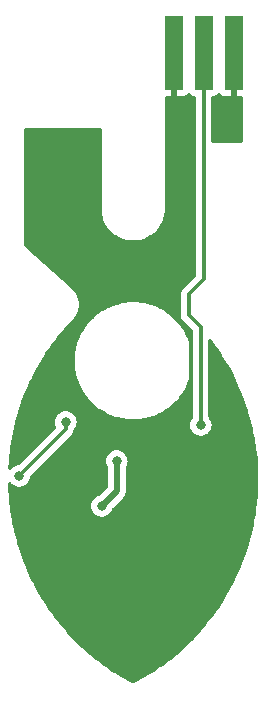
<source format=gbr>
G04 #@! TF.GenerationSoftware,KiCad,Pcbnew,(5.99.0-10027-g0561ce903e)*
G04 #@! TF.CreationDate,2021-10-10T12:50:56-07:00*
G04 #@! TF.ProjectId,scale_cca,7363616c-655f-4636-9361-2e6b69636164,v1r0*
G04 #@! TF.SameCoordinates,Original*
G04 #@! TF.FileFunction,Copper,L2,Bot*
G04 #@! TF.FilePolarity,Positive*
%FSLAX46Y46*%
G04 Gerber Fmt 4.6, Leading zero omitted, Abs format (unit mm)*
G04 Created by KiCad (PCBNEW (5.99.0-10027-g0561ce903e)) date 2021-10-10 12:50:56*
%MOMM*%
%LPD*%
G01*
G04 APERTURE LIST*
G04 #@! TA.AperFunction,SMDPad,CuDef*
%ADD10R,1.500000X6.250000*%
G04 #@! TD*
G04 #@! TA.AperFunction,ViaPad*
%ADD11C,0.800000*%
G04 #@! TD*
G04 #@! TA.AperFunction,Conductor*
%ADD12C,0.300000*%
G04 #@! TD*
G04 #@! TA.AperFunction,Conductor*
%ADD13C,0.500000*%
G04 #@! TD*
G04 APERTURE END LIST*
D10*
X39941500Y-7239000D03*
X42481500Y-7239000D03*
X45021500Y-7239000D03*
D11*
X30162500Y-33655000D03*
X29146500Y-21209000D03*
X37909500Y-55245000D03*
X31178500Y-47625000D03*
X38417500Y-44069000D03*
X41973500Y-48133000D03*
X29146500Y-23749000D03*
X29146500Y-22479000D03*
X26606500Y-40513000D03*
X30797500Y-38481000D03*
X26860500Y-43053000D03*
X33845500Y-45593000D03*
X43751500Y-12573000D03*
X43751500Y-11303000D03*
X43751500Y-13843000D03*
X35115500Y-41783000D03*
X42227500Y-38735000D03*
D12*
X41414700Y-31115000D02*
X41414700Y-35814000D01*
X30797500Y-38481000D02*
X30797500Y-39116000D01*
X30797500Y-39116000D02*
X26860500Y-43053000D01*
D13*
X35115500Y-44323000D02*
X35115500Y-41783000D01*
X33845500Y-45593000D02*
X35115500Y-44323000D01*
D12*
X41211500Y-27686000D02*
X41211500Y-29464000D01*
X41211500Y-29464000D02*
X42227500Y-30480000D01*
X42481500Y-7239000D02*
X42481500Y-26416000D01*
X42227500Y-30480000D02*
X42227500Y-38735000D01*
X42481500Y-26416000D02*
X41211500Y-27686000D01*
G04 #@! TA.AperFunction,Conductor*
G36*
X40137621Y-7005002D02*
G01*
X40184114Y-7058658D01*
X40195500Y-7111000D01*
X40195500Y-10858885D01*
X40199975Y-10874124D01*
X40201365Y-10875329D01*
X40209048Y-10877000D01*
X40689243Y-10877000D01*
X40693750Y-10876839D01*
X40757769Y-10872260D01*
X40770991Y-10869874D01*
X40895958Y-10833181D01*
X40912192Y-10825767D01*
X41019860Y-10756574D01*
X41033347Y-10744888D01*
X41117619Y-10647632D01*
X41177345Y-10609248D01*
X41248342Y-10609248D01*
X41308068Y-10647631D01*
X41318841Y-10662022D01*
X41338550Y-10692689D01*
X41343423Y-10700271D01*
X41350233Y-10706172D01*
X41447069Y-10790082D01*
X41447072Y-10790084D01*
X41453881Y-10795984D01*
X41586830Y-10856700D01*
X41595745Y-10857982D01*
X41595746Y-10857982D01*
X41714932Y-10875118D01*
X41779512Y-10904611D01*
X41817896Y-10964338D01*
X41823000Y-10999836D01*
X41823000Y-26091050D01*
X41802998Y-26159171D01*
X41786095Y-26180145D01*
X40802147Y-27164094D01*
X40794692Y-27170878D01*
X40788569Y-27174764D01*
X40783144Y-27180541D01*
X40745097Y-27221057D01*
X40742342Y-27223899D01*
X40717884Y-27248357D01*
X40714038Y-27253315D01*
X40706336Y-27262333D01*
X40680146Y-27290222D01*
X40680144Y-27290225D01*
X40674717Y-27296004D01*
X40670898Y-27302951D01*
X40670895Y-27302955D01*
X40664389Y-27314790D01*
X40653532Y-27331318D01*
X40640397Y-27348251D01*
X40622053Y-27390641D01*
X40616843Y-27401278D01*
X40594593Y-27441749D01*
X40592621Y-27449430D01*
X40589261Y-27462514D01*
X40582858Y-27481217D01*
X40574345Y-27500890D01*
X40573105Y-27508720D01*
X40573103Y-27508726D01*
X40567120Y-27546498D01*
X40564714Y-27558118D01*
X40554709Y-27597086D01*
X40554708Y-27597092D01*
X40553232Y-27602841D01*
X40553000Y-27606528D01*
X40553000Y-27625737D01*
X40551449Y-27645447D01*
X40548327Y-27665159D01*
X40549073Y-27673051D01*
X40552441Y-27708680D01*
X40553000Y-27720538D01*
X40553000Y-29384420D01*
X40552526Y-29394484D01*
X40550944Y-29401559D01*
X40552384Y-29447390D01*
X40552938Y-29465011D01*
X40553000Y-29468969D01*
X40553000Y-29503579D01*
X40553497Y-29507510D01*
X40553497Y-29507516D01*
X40553786Y-29509805D01*
X40554717Y-29521630D01*
X40556168Y-29567794D01*
X40558381Y-29575410D01*
X40558381Y-29575412D01*
X40562150Y-29588386D01*
X40566159Y-29607745D01*
X40568845Y-29629006D01*
X40571762Y-29636372D01*
X40571763Y-29636378D01*
X40585840Y-29671932D01*
X40589685Y-29683161D01*
X40602569Y-29727508D01*
X40606605Y-29734332D01*
X40613484Y-29745964D01*
X40622180Y-29763713D01*
X40630071Y-29783644D01*
X40634733Y-29790060D01*
X40657213Y-29821002D01*
X40663728Y-29830920D01*
X40687232Y-29870663D01*
X40689675Y-29873435D01*
X40703261Y-29887021D01*
X40716096Y-29902048D01*
X40727829Y-29918197D01*
X40733938Y-29923251D01*
X40733940Y-29923253D01*
X40761511Y-29946062D01*
X40770291Y-29954051D01*
X41532095Y-30715854D01*
X41566120Y-30778167D01*
X41569000Y-30804950D01*
X41569000Y-32075866D01*
X41548998Y-32143987D01*
X41495342Y-32190480D01*
X41425068Y-32200584D01*
X41360488Y-32171090D01*
X41322104Y-32111364D01*
X41320107Y-32103674D01*
X41295393Y-31994455D01*
X41294776Y-31991727D01*
X41282856Y-31954710D01*
X41160397Y-31574440D01*
X41159544Y-31571790D01*
X41118379Y-31474574D01*
X40988608Y-31168110D01*
X40988608Y-31168109D01*
X40987518Y-31165536D01*
X40780059Y-30776183D01*
X40538810Y-30406813D01*
X40265681Y-30060351D01*
X39979284Y-29756964D01*
X39964762Y-29741580D01*
X39964759Y-29741577D01*
X39962836Y-29739540D01*
X39960745Y-29737687D01*
X39960737Y-29737679D01*
X39634770Y-29448781D01*
X39634768Y-29448779D01*
X39632670Y-29446920D01*
X39624745Y-29441066D01*
X39471457Y-29327846D01*
X39277800Y-29184809D01*
X39018877Y-29027071D01*
X38903424Y-28956736D01*
X38903417Y-28956732D01*
X38901035Y-28955281D01*
X38780091Y-28895638D01*
X38549539Y-28781943D01*
X38505357Y-28760155D01*
X38093900Y-28600974D01*
X38065738Y-28592872D01*
X37672603Y-28479771D01*
X37672597Y-28479770D01*
X37669922Y-28479000D01*
X37667185Y-28478471D01*
X37667179Y-28478469D01*
X37517927Y-28449593D01*
X37236780Y-28395198D01*
X36797902Y-28350231D01*
X36795111Y-28350194D01*
X36795103Y-28350194D01*
X36522480Y-28346625D01*
X36356765Y-28344456D01*
X36353966Y-28344669D01*
X36353964Y-28344669D01*
X36098986Y-28364065D01*
X35916862Y-28377919D01*
X35481674Y-28450354D01*
X35436850Y-28461988D01*
X35057366Y-28560482D01*
X35057355Y-28560485D01*
X35054648Y-28561188D01*
X35052012Y-28562129D01*
X35052003Y-28562132D01*
X34641814Y-28708598D01*
X34639165Y-28709544D01*
X34238516Y-28894246D01*
X34236093Y-28895636D01*
X34236090Y-28895638D01*
X34088688Y-28980227D01*
X33855871Y-29113832D01*
X33853579Y-29115434D01*
X33853571Y-29115439D01*
X33628563Y-29272699D01*
X33494261Y-29366564D01*
X33492120Y-29368364D01*
X33492117Y-29368366D01*
X33191406Y-29621141D01*
X33156549Y-29650441D01*
X33154575Y-29652425D01*
X33154571Y-29652429D01*
X33079884Y-29727508D01*
X32845409Y-29963214D01*
X32563305Y-30302408D01*
X32312470Y-30665336D01*
X32094890Y-31049125D01*
X31912288Y-31450737D01*
X31911363Y-31453371D01*
X31911359Y-31453381D01*
X31869777Y-31571790D01*
X31766110Y-31866990D01*
X31657513Y-32294591D01*
X31657070Y-32297341D01*
X31657068Y-32297351D01*
X31596113Y-32675797D01*
X31587358Y-32730152D01*
X31587160Y-32732953D01*
X31587159Y-32732959D01*
X31570290Y-32971205D01*
X31556199Y-33170225D01*
X31558325Y-33286250D01*
X31564283Y-33611325D01*
X31611547Y-34049961D01*
X31612093Y-34052707D01*
X31612094Y-34052712D01*
X31655912Y-34272999D01*
X31697616Y-34482659D01*
X31698399Y-34485328D01*
X31698400Y-34485332D01*
X31745207Y-34644882D01*
X31821809Y-34905993D01*
X31822829Y-34908589D01*
X31822830Y-34908592D01*
X31880726Y-35055945D01*
X31983142Y-35316610D01*
X31984397Y-35319121D01*
X32158808Y-35668174D01*
X32180337Y-35711261D01*
X32411835Y-36086819D01*
X32675800Y-36440312D01*
X32970144Y-36768941D01*
X32972181Y-36770844D01*
X32972188Y-36770851D01*
X33190655Y-36974931D01*
X33292537Y-37070103D01*
X33294734Y-37071816D01*
X33294737Y-37071819D01*
X33378656Y-37137265D01*
X33640424Y-37341414D01*
X33728133Y-37398047D01*
X34008708Y-37579212D01*
X34008716Y-37579217D01*
X34011052Y-37580725D01*
X34401486Y-37786143D01*
X34404079Y-37787225D01*
X34806051Y-37954961D01*
X34806056Y-37954963D01*
X34808635Y-37956039D01*
X34811300Y-37956882D01*
X34811306Y-37956884D01*
X35040421Y-38029343D01*
X35229275Y-38089070D01*
X35232005Y-38089673D01*
X35232006Y-38089673D01*
X35618433Y-38174988D01*
X35660076Y-38184182D01*
X35662850Y-38184540D01*
X35662851Y-38184540D01*
X36094855Y-38240265D01*
X36094862Y-38240266D01*
X36097625Y-38240622D01*
X36100412Y-38240732D01*
X36100418Y-38240732D01*
X36355821Y-38250766D01*
X36538460Y-38257942D01*
X36541252Y-38257803D01*
X36541257Y-38257803D01*
X36976285Y-38236146D01*
X36976294Y-38236145D01*
X36979089Y-38236006D01*
X36981866Y-38235618D01*
X36981868Y-38235618D01*
X37057495Y-38225057D01*
X37416024Y-38174988D01*
X37418734Y-38174360D01*
X37418744Y-38174358D01*
X37843077Y-38076002D01*
X37845804Y-38075370D01*
X38066032Y-38003176D01*
X38262375Y-37938812D01*
X38262381Y-37938810D01*
X38265028Y-37937942D01*
X38670376Y-37763790D01*
X38974729Y-37599571D01*
X39056177Y-37555624D01*
X39056179Y-37555623D01*
X39058638Y-37554296D01*
X39143719Y-37498089D01*
X39424396Y-37312664D01*
X39424398Y-37312663D01*
X39426739Y-37311116D01*
X39428930Y-37309370D01*
X39428937Y-37309365D01*
X39727038Y-37071819D01*
X39771766Y-37036177D01*
X40090987Y-36731656D01*
X40092824Y-36729562D01*
X40092832Y-36729553D01*
X40354136Y-36431592D01*
X40381874Y-36399963D01*
X40416500Y-36352567D01*
X40640475Y-36045982D01*
X40642124Y-36043725D01*
X40694589Y-35956581D01*
X40868224Y-35668174D01*
X40868229Y-35668165D01*
X40869675Y-35665763D01*
X41062727Y-35269069D01*
X41180903Y-34958787D01*
X41218757Y-34859398D01*
X41218758Y-34859394D01*
X41219752Y-34856785D01*
X41321731Y-34495193D01*
X41359472Y-34435059D01*
X41423734Y-34404876D01*
X41494112Y-34414226D01*
X41548262Y-34460142D01*
X41569000Y-34529394D01*
X41569000Y-38060245D01*
X41548998Y-38128366D01*
X41536637Y-38144555D01*
X41488463Y-38198058D01*
X41485161Y-38203777D01*
X41485159Y-38203780D01*
X41430971Y-38297637D01*
X41392976Y-38363446D01*
X41390934Y-38369731D01*
X41354781Y-38481000D01*
X41333962Y-38545073D01*
X41314000Y-38735000D01*
X41314690Y-38741565D01*
X41326957Y-38858274D01*
X41333962Y-38924927D01*
X41336002Y-38931205D01*
X41336002Y-38931206D01*
X41356068Y-38992963D01*
X41392976Y-39106554D01*
X41488463Y-39271942D01*
X41492881Y-39276849D01*
X41492882Y-39276850D01*
X41574229Y-39367195D01*
X41616249Y-39413863D01*
X41621591Y-39417744D01*
X41621593Y-39417746D01*
X41733499Y-39499050D01*
X41770750Y-39526114D01*
X41776778Y-39528798D01*
X41776780Y-39528799D01*
X41939182Y-39601105D01*
X41945213Y-39603790D01*
X42028338Y-39621459D01*
X42125556Y-39642124D01*
X42125561Y-39642124D01*
X42132013Y-39643496D01*
X42322987Y-39643496D01*
X42329439Y-39642124D01*
X42329444Y-39642124D01*
X42426662Y-39621459D01*
X42509787Y-39603790D01*
X42515818Y-39601105D01*
X42678220Y-39528799D01*
X42678222Y-39528798D01*
X42684250Y-39526114D01*
X42721501Y-39499050D01*
X42833407Y-39417746D01*
X42833409Y-39417744D01*
X42838751Y-39413863D01*
X42880771Y-39367195D01*
X42962118Y-39276850D01*
X42962119Y-39276849D01*
X42966537Y-39271942D01*
X43062024Y-39106554D01*
X43098932Y-38992963D01*
X43118998Y-38931206D01*
X43118998Y-38931205D01*
X43121038Y-38924927D01*
X43128044Y-38858274D01*
X43140310Y-38741565D01*
X43141000Y-38735000D01*
X43121038Y-38545073D01*
X43100220Y-38481000D01*
X43064066Y-38369731D01*
X43062024Y-38363446D01*
X43024029Y-38297637D01*
X42969841Y-38203780D01*
X42969839Y-38203777D01*
X42966537Y-38198058D01*
X42918363Y-38144555D01*
X42887646Y-38080547D01*
X42886000Y-38060245D01*
X42886000Y-31569798D01*
X42906002Y-31501677D01*
X42959658Y-31455184D01*
X43029932Y-31445080D01*
X43094512Y-31474574D01*
X43113090Y-31494587D01*
X43453757Y-31952474D01*
X43455375Y-31954699D01*
X43577615Y-32126940D01*
X43579180Y-32129199D01*
X43947320Y-32673395D01*
X43948878Y-32675754D01*
X44063241Y-32853264D01*
X44064745Y-32855658D01*
X44408052Y-33415744D01*
X44409480Y-33418133D01*
X44515807Y-33600669D01*
X44517202Y-33603128D01*
X44835087Y-34178149D01*
X44836427Y-34180639D01*
X44934361Y-34367578D01*
X44935645Y-34370097D01*
X45227418Y-34958810D01*
X45228645Y-34961357D01*
X45318123Y-35152565D01*
X45319293Y-35155139D01*
X45584379Y-35756398D01*
X45585490Y-35758998D01*
X45666270Y-35953957D01*
X45667323Y-35956581D01*
X45905130Y-36569028D01*
X45906114Y-36571646D01*
X45978172Y-36770326D01*
X45979045Y-36772822D01*
X46170359Y-37339692D01*
X46189146Y-37395358D01*
X46190020Y-37398047D01*
X46253019Y-37599527D01*
X46253829Y-37602221D01*
X46435796Y-38233575D01*
X46435800Y-38233590D01*
X46436538Y-38236265D01*
X46490487Y-38440568D01*
X46491137Y-38443148D01*
X46623199Y-38992963D01*
X46644591Y-39082024D01*
X46645221Y-39084780D01*
X46689915Y-39291140D01*
X46690482Y-39293910D01*
X46753765Y-39621459D01*
X46802443Y-39873410D01*
X46815115Y-39939002D01*
X46815617Y-39941768D01*
X46851009Y-40149932D01*
X46851434Y-40152607D01*
X46899175Y-40477340D01*
X46947009Y-40802715D01*
X46947389Y-40805517D01*
X46973402Y-41015024D01*
X46973719Y-41017833D01*
X47040028Y-41671537D01*
X47040279Y-41674326D01*
X47048327Y-41776435D01*
X47056866Y-41884784D01*
X47057057Y-41887605D01*
X47093970Y-42543613D01*
X47094097Y-42546438D01*
X47101223Y-42757368D01*
X47101287Y-42760194D01*
X47108732Y-43417165D01*
X47108732Y-43419992D01*
X47108618Y-43430277D01*
X47106611Y-43611018D01*
X47106387Y-43631172D01*
X47106325Y-43633953D01*
X47095378Y-43960124D01*
X47084288Y-44290564D01*
X47084162Y-44293388D01*
X47072340Y-44504308D01*
X47072158Y-44507017D01*
X47041775Y-44893615D01*
X47020680Y-45162026D01*
X47020428Y-45164833D01*
X46999163Y-45374941D01*
X46999162Y-45374946D01*
X46998850Y-45377708D01*
X46926898Y-45958269D01*
X46918045Y-46029698D01*
X46917666Y-46032499D01*
X46886988Y-46241492D01*
X46886546Y-46244285D01*
X46776577Y-46891944D01*
X46776080Y-46894688D01*
X46736057Y-47102092D01*
X46735509Y-47104772D01*
X46615320Y-47660295D01*
X46596562Y-47746996D01*
X46595933Y-47749752D01*
X46546661Y-47955087D01*
X46546006Y-47957688D01*
X46500890Y-48128694D01*
X46378377Y-48593058D01*
X46377626Y-48595782D01*
X46319193Y-48798695D01*
X46318413Y-48801295D01*
X46122445Y-49428515D01*
X46121571Y-49431203D01*
X46100198Y-49494578D01*
X46054099Y-49631272D01*
X46053229Y-49633761D01*
X45829292Y-50251631D01*
X45828324Y-50254209D01*
X45751951Y-50451029D01*
X45751938Y-50451063D01*
X45750900Y-50453653D01*
X45628249Y-50749853D01*
X45499529Y-51060707D01*
X45498418Y-51063308D01*
X45413289Y-51256508D01*
X45412120Y-51259081D01*
X45252986Y-51599336D01*
X45133778Y-51854224D01*
X45133757Y-51854268D01*
X45132576Y-51856723D01*
X45038833Y-52045975D01*
X45037573Y-52048447D01*
X44732778Y-52630562D01*
X44731478Y-52632979D01*
X44648162Y-52783768D01*
X44629340Y-52817832D01*
X44627945Y-52820290D01*
X44405316Y-53202685D01*
X44297396Y-53388051D01*
X44295946Y-53390479D01*
X44185645Y-53570518D01*
X44184141Y-53572912D01*
X43828402Y-54125346D01*
X43826845Y-54127706D01*
X43708638Y-54302527D01*
X43707028Y-54304851D01*
X43326875Y-54840753D01*
X43325213Y-54843041D01*
X43199200Y-55012492D01*
X43197488Y-55014742D01*
X42793715Y-55532996D01*
X42791952Y-55535206D01*
X42658485Y-55698807D01*
X42656673Y-55700978D01*
X42230045Y-56200606D01*
X42228206Y-56202712D01*
X42087438Y-56360266D01*
X42085647Y-56362226D01*
X41636941Y-56842309D01*
X41635040Y-56844298D01*
X41487439Y-56995282D01*
X41485440Y-56997282D01*
X41015708Y-57456690D01*
X41013700Y-57458611D01*
X40859420Y-57602871D01*
X40857403Y-57604715D01*
X40849850Y-57611466D01*
X40367547Y-58042573D01*
X40365418Y-58044433D01*
X40204854Y-58181599D01*
X40202684Y-58183411D01*
X39693737Y-58598803D01*
X39691527Y-58600566D01*
X39524999Y-58730368D01*
X39522768Y-58732067D01*
X39274584Y-58916716D01*
X38995572Y-59124300D01*
X38993349Y-59125915D01*
X38821106Y-59248157D01*
X38818847Y-59249722D01*
X38274654Y-59617861D01*
X38272301Y-59619415D01*
X38094738Y-59733811D01*
X38092461Y-59735242D01*
X37618266Y-60025902D01*
X37532318Y-60078584D01*
X37529891Y-60080035D01*
X37496596Y-60099429D01*
X37347289Y-60186400D01*
X37344956Y-60187724D01*
X36769923Y-60505617D01*
X36767449Y-60506948D01*
X36570970Y-60609880D01*
X36501347Y-60623774D01*
X36454028Y-60609880D01*
X36257566Y-60506957D01*
X36255076Y-60505617D01*
X35680112Y-60187763D01*
X35677653Y-60186368D01*
X35495087Y-60080024D01*
X35492687Y-60078589D01*
X34932605Y-59735284D01*
X34930212Y-59733780D01*
X34752747Y-59619448D01*
X34750387Y-59617890D01*
X34206143Y-59249716D01*
X34203819Y-59248106D01*
X34031715Y-59125964D01*
X34029428Y-59124301D01*
X33502280Y-58732104D01*
X33500031Y-58730392D01*
X33371908Y-58630527D01*
X33333437Y-58600540D01*
X33331240Y-58598787D01*
X32822315Y-58183412D01*
X32820145Y-58181600D01*
X32659573Y-58044428D01*
X32657444Y-58042568D01*
X32167629Y-57604745D01*
X32165542Y-57602837D01*
X32095183Y-57537048D01*
X32011279Y-57458593D01*
X32009255Y-57456657D01*
X31539538Y-56997261D01*
X31537559Y-56995282D01*
X31389920Y-56844259D01*
X31388057Y-56842309D01*
X30939395Y-56362273D01*
X30937488Y-56360186D01*
X30796803Y-56202724D01*
X30794943Y-56200595D01*
X30368309Y-55700958D01*
X30366497Y-55698787D01*
X30233056Y-55535218D01*
X30231294Y-55533008D01*
X30102095Y-55367179D01*
X29827498Y-55014725D01*
X29825832Y-55012538D01*
X29699776Y-54843029D01*
X29698114Y-54840741D01*
X29317973Y-54304855D01*
X29316363Y-54302531D01*
X29198146Y-54127695D01*
X29196589Y-54125335D01*
X28840852Y-53572903D01*
X28839348Y-53570509D01*
X28795420Y-53498808D01*
X28729050Y-53390475D01*
X28727646Y-53388125D01*
X28397062Y-52820306D01*
X28395667Y-52817847D01*
X28293522Y-52632983D01*
X28292183Y-52630493D01*
X28191495Y-52438193D01*
X27987421Y-52048440D01*
X27986199Y-52046043D01*
X27892427Y-51856732D01*
X27891239Y-51854264D01*
X27612869Y-51259062D01*
X27611700Y-51256488D01*
X27526599Y-51063350D01*
X27525488Y-51060750D01*
X27400723Y-50759448D01*
X27274084Y-50453618D01*
X27273046Y-50451029D01*
X27196700Y-50254278D01*
X27195706Y-50251631D01*
X27066526Y-49895206D01*
X26971784Y-49633798D01*
X26970880Y-49631213D01*
X26903427Y-49431202D01*
X26902553Y-49428513D01*
X26771067Y-49007674D01*
X26706597Y-48801331D01*
X26705790Y-48798639D01*
X26647372Y-48595782D01*
X26647351Y-48595706D01*
X26646620Y-48593058D01*
X26479015Y-47957774D01*
X26478338Y-47955087D01*
X26429059Y-47749721D01*
X26428430Y-47746965D01*
X26316581Y-47229993D01*
X26289491Y-47104780D01*
X26288957Y-47102172D01*
X26248907Y-46894626D01*
X26248421Y-46891944D01*
X26151317Y-46320042D01*
X26138449Y-46244257D01*
X26138007Y-46241464D01*
X26107336Y-46032517D01*
X26106957Y-46029716D01*
X26052831Y-45593000D01*
X32932000Y-45593000D01*
X32951962Y-45782927D01*
X33010976Y-45964554D01*
X33106463Y-46129942D01*
X33110881Y-46134849D01*
X33110882Y-46134850D01*
X33223651Y-46260093D01*
X33234249Y-46271863D01*
X33239591Y-46275744D01*
X33239593Y-46275746D01*
X33383408Y-46380233D01*
X33388750Y-46384114D01*
X33394778Y-46386798D01*
X33394780Y-46386799D01*
X33557182Y-46459105D01*
X33563213Y-46461790D01*
X33656613Y-46481643D01*
X33743556Y-46500124D01*
X33743561Y-46500124D01*
X33750013Y-46501496D01*
X33940987Y-46501496D01*
X33947439Y-46500124D01*
X33947444Y-46500124D01*
X34034387Y-46481643D01*
X34127787Y-46461790D01*
X34133818Y-46459105D01*
X34296220Y-46386799D01*
X34296222Y-46386798D01*
X34302250Y-46384114D01*
X34307592Y-46380233D01*
X34451407Y-46275746D01*
X34451409Y-46275744D01*
X34456751Y-46271863D01*
X34467349Y-46260093D01*
X34580118Y-46134850D01*
X34580119Y-46134849D01*
X34584537Y-46129942D01*
X34680024Y-45964554D01*
X34734881Y-45795721D01*
X34765619Y-45745562D01*
X35605178Y-44906003D01*
X35619589Y-44893618D01*
X35636206Y-44881389D01*
X35669118Y-44842649D01*
X35676048Y-44835133D01*
X35682165Y-44829016D01*
X35684438Y-44826143D01*
X35684446Y-44826134D01*
X35700646Y-44805657D01*
X35703437Y-44802253D01*
X35745955Y-44752206D01*
X35745956Y-44752204D01*
X35750697Y-44746624D01*
X35754025Y-44740106D01*
X35757377Y-44735081D01*
X35760554Y-44729936D01*
X35765094Y-44724198D01*
X35795989Y-44658095D01*
X35797920Y-44654145D01*
X35827786Y-44595655D01*
X35827787Y-44595653D01*
X35831115Y-44589135D01*
X35832854Y-44582028D01*
X35834956Y-44576377D01*
X35836869Y-44570627D01*
X35839967Y-44563998D01*
X35841456Y-44556838D01*
X35841460Y-44556827D01*
X35854839Y-44492507D01*
X35855809Y-44488220D01*
X35871810Y-44422828D01*
X35871811Y-44422822D01*
X35873145Y-44417370D01*
X35873914Y-44404976D01*
X35874171Y-44401579D01*
X35874487Y-44398039D01*
X35875978Y-44390871D01*
X35874046Y-44319484D01*
X35874000Y-44316076D01*
X35874000Y-42319992D01*
X35890881Y-42256992D01*
X35946720Y-42160277D01*
X35946721Y-42160276D01*
X35950024Y-42154554D01*
X36009038Y-41972927D01*
X36029000Y-41783000D01*
X36016575Y-41664783D01*
X36009728Y-41599637D01*
X36009728Y-41599636D01*
X36009038Y-41593073D01*
X35950024Y-41411446D01*
X35854537Y-41246058D01*
X35726751Y-41104137D01*
X35721409Y-41100256D01*
X35721407Y-41100254D01*
X35577592Y-40995767D01*
X35577591Y-40995766D01*
X35572250Y-40991886D01*
X35566222Y-40989202D01*
X35566220Y-40989201D01*
X35403818Y-40916895D01*
X35403817Y-40916895D01*
X35397787Y-40914210D01*
X35304387Y-40894357D01*
X35217444Y-40875876D01*
X35217439Y-40875876D01*
X35210987Y-40874504D01*
X35020013Y-40874504D01*
X35013561Y-40875876D01*
X35013556Y-40875876D01*
X34926613Y-40894357D01*
X34833213Y-40914210D01*
X34827183Y-40916895D01*
X34827182Y-40916895D01*
X34664780Y-40989201D01*
X34664778Y-40989202D01*
X34658750Y-40991886D01*
X34653409Y-40995766D01*
X34653408Y-40995767D01*
X34509593Y-41100254D01*
X34509591Y-41100256D01*
X34504249Y-41104137D01*
X34376463Y-41246058D01*
X34280976Y-41411446D01*
X34221962Y-41593073D01*
X34221272Y-41599636D01*
X34221272Y-41599637D01*
X34214425Y-41664783D01*
X34202000Y-41783000D01*
X34221962Y-41972927D01*
X34280976Y-42154554D01*
X34284279Y-42160276D01*
X34284280Y-42160277D01*
X34340119Y-42256992D01*
X34357000Y-42319992D01*
X34357000Y-43956629D01*
X34336998Y-44024750D01*
X34320095Y-44045724D01*
X33689163Y-44676656D01*
X33626266Y-44710808D01*
X33563213Y-44724210D01*
X33557183Y-44726895D01*
X33557182Y-44726895D01*
X33394780Y-44799201D01*
X33394778Y-44799202D01*
X33388750Y-44801886D01*
X33383409Y-44805766D01*
X33383408Y-44805767D01*
X33239593Y-44910254D01*
X33239591Y-44910256D01*
X33234249Y-44914137D01*
X33106463Y-45056058D01*
X33010976Y-45221446D01*
X33008934Y-45227731D01*
X32960190Y-45377751D01*
X32951962Y-45403073D01*
X32932000Y-45593000D01*
X26052831Y-45593000D01*
X26026154Y-45377751D01*
X26025837Y-45374941D01*
X26004574Y-45164857D01*
X26004321Y-45162041D01*
X25952845Y-44507063D01*
X25952655Y-44504242D01*
X25940837Y-44293390D01*
X25940711Y-44290566D01*
X25940711Y-44290564D01*
X25920876Y-43699553D01*
X25938581Y-43630801D01*
X25990647Y-43582535D01*
X26060542Y-43570079D01*
X26126076Y-43597389D01*
X26140439Y-43611017D01*
X26249249Y-43731863D01*
X26254591Y-43735744D01*
X26254593Y-43735746D01*
X26398408Y-43840233D01*
X26403750Y-43844114D01*
X26409778Y-43846798D01*
X26409780Y-43846799D01*
X26572182Y-43919105D01*
X26578213Y-43921790D01*
X26671613Y-43941643D01*
X26758556Y-43960124D01*
X26758561Y-43960124D01*
X26765013Y-43961496D01*
X26955987Y-43961496D01*
X26962439Y-43960124D01*
X26962444Y-43960124D01*
X27049387Y-43941643D01*
X27142787Y-43921790D01*
X27148818Y-43919105D01*
X27311220Y-43846799D01*
X27311222Y-43846798D01*
X27317250Y-43844114D01*
X27322592Y-43840233D01*
X27466407Y-43735746D01*
X27466409Y-43735744D01*
X27471751Y-43731863D01*
X27559867Y-43634000D01*
X27595118Y-43594850D01*
X27595119Y-43594849D01*
X27599537Y-43589942D01*
X27695024Y-43424554D01*
X27754038Y-43242927D01*
X27767250Y-43117219D01*
X27794263Y-43051563D01*
X27803465Y-43041295D01*
X31206858Y-39637902D01*
X31214310Y-39631120D01*
X31220431Y-39627236D01*
X31263889Y-39580958D01*
X31266643Y-39578117D01*
X31291117Y-39553643D01*
X31293544Y-39550515D01*
X31293553Y-39550504D01*
X31294974Y-39548672D01*
X31302674Y-39539657D01*
X31328858Y-39511773D01*
X31334283Y-39505996D01*
X31338102Y-39499050D01*
X31344612Y-39487209D01*
X31355466Y-39470685D01*
X31363745Y-39460012D01*
X31363745Y-39460011D01*
X31368603Y-39453749D01*
X31386947Y-39411359D01*
X31392157Y-39400722D01*
X31414407Y-39360251D01*
X31416532Y-39351974D01*
X31419739Y-39339486D01*
X31426142Y-39320783D01*
X31431506Y-39308387D01*
X31431506Y-39308386D01*
X31434655Y-39301110D01*
X31435895Y-39293280D01*
X31435897Y-39293274D01*
X31441880Y-39255502D01*
X31444286Y-39243882D01*
X31454291Y-39204914D01*
X31454292Y-39204908D01*
X31455768Y-39199159D01*
X31456000Y-39195472D01*
X31456000Y-39176263D01*
X31457551Y-39156552D01*
X31460673Y-39136841D01*
X31462924Y-39137198D01*
X31481457Y-39080713D01*
X31491625Y-39067823D01*
X31532114Y-39022855D01*
X31532117Y-39022851D01*
X31536537Y-39017942D01*
X31564089Y-38970220D01*
X31628720Y-38858277D01*
X31628721Y-38858276D01*
X31632024Y-38852554D01*
X31668086Y-38741565D01*
X31688998Y-38677206D01*
X31688998Y-38677205D01*
X31691038Y-38670927D01*
X31711000Y-38481000D01*
X31691038Y-38291073D01*
X31632024Y-38109446D01*
X31627370Y-38101384D01*
X31539838Y-37949776D01*
X31536537Y-37944058D01*
X31531814Y-37938812D01*
X31413173Y-37807048D01*
X31413172Y-37807047D01*
X31408751Y-37802137D01*
X31403409Y-37798256D01*
X31403407Y-37798254D01*
X31259592Y-37693767D01*
X31259591Y-37693766D01*
X31254250Y-37689886D01*
X31248222Y-37687202D01*
X31248220Y-37687201D01*
X31085818Y-37614895D01*
X31085817Y-37614895D01*
X31079787Y-37612210D01*
X30986387Y-37592357D01*
X30899444Y-37573876D01*
X30899439Y-37573876D01*
X30892987Y-37572504D01*
X30702013Y-37572504D01*
X30695561Y-37573876D01*
X30695556Y-37573876D01*
X30608613Y-37592357D01*
X30515213Y-37612210D01*
X30509183Y-37614895D01*
X30509182Y-37614895D01*
X30346780Y-37687201D01*
X30346778Y-37687202D01*
X30340750Y-37689886D01*
X30335409Y-37693766D01*
X30335408Y-37693767D01*
X30191593Y-37798254D01*
X30191591Y-37798256D01*
X30186249Y-37802137D01*
X30181828Y-37807047D01*
X30181827Y-37807048D01*
X30063187Y-37938812D01*
X30058463Y-37944058D01*
X30055162Y-37949776D01*
X29967631Y-38101384D01*
X29962976Y-38109446D01*
X29903962Y-38291073D01*
X29884000Y-38481000D01*
X29903962Y-38670927D01*
X29906002Y-38677205D01*
X29906002Y-38677206D01*
X29926914Y-38741565D01*
X29962976Y-38852554D01*
X29966276Y-38858270D01*
X29966278Y-38858274D01*
X29975654Y-38874514D01*
X29992393Y-38943509D01*
X29969174Y-39010601D01*
X29955631Y-39026610D01*
X26874642Y-42107599D01*
X26812330Y-42141625D01*
X26785547Y-42144504D01*
X26765013Y-42144504D01*
X26758561Y-42145876D01*
X26758556Y-42145876D01*
X26671613Y-42164357D01*
X26578213Y-42184210D01*
X26572183Y-42186895D01*
X26572182Y-42186895D01*
X26409780Y-42259201D01*
X26409778Y-42259202D01*
X26403750Y-42261886D01*
X26398409Y-42265766D01*
X26398408Y-42265767D01*
X26254593Y-42370254D01*
X26254591Y-42370256D01*
X26249249Y-42374137D01*
X26159537Y-42473773D01*
X26099092Y-42511011D01*
X26028108Y-42509659D01*
X25969124Y-42470145D01*
X25940866Y-42405015D01*
X25940101Y-42382382D01*
X25967941Y-41887620D01*
X25968132Y-41884799D01*
X25975638Y-41789565D01*
X25984722Y-41674308D01*
X25984973Y-41671510D01*
X25985656Y-41664783D01*
X26012431Y-41400817D01*
X26051280Y-41017833D01*
X26051597Y-41015024D01*
X26077609Y-40805527D01*
X26077989Y-40802725D01*
X26173557Y-40152665D01*
X26173572Y-40152567D01*
X26173993Y-40149911D01*
X26209384Y-39941753D01*
X26209886Y-39938990D01*
X26229676Y-39836561D01*
X26334512Y-39293932D01*
X26335079Y-39291162D01*
X26368502Y-39136841D01*
X26379785Y-39084749D01*
X26380412Y-39082004D01*
X26383818Y-39067823D01*
X26533863Y-38443147D01*
X26534536Y-38440476D01*
X26582766Y-38257832D01*
X26588452Y-38236300D01*
X26589204Y-38233575D01*
X26771153Y-37602279D01*
X26771967Y-37599571D01*
X26779072Y-37576850D01*
X26834992Y-37398009D01*
X26835866Y-37395321D01*
X27045936Y-36772878D01*
X27046870Y-36770209D01*
X27048086Y-36766858D01*
X27118864Y-36571706D01*
X27119858Y-36569059D01*
X27357669Y-35956598D01*
X27358722Y-35953974D01*
X27439528Y-35758952D01*
X27440639Y-35756352D01*
X27461625Y-35708754D01*
X27521783Y-35572306D01*
X27705703Y-35155148D01*
X27706872Y-35152575D01*
X27722958Y-35118201D01*
X27796399Y-34961263D01*
X27797592Y-34958787D01*
X27822470Y-34908592D01*
X28089329Y-34370146D01*
X28090613Y-34367627D01*
X28188592Y-34180603D01*
X28189932Y-34178113D01*
X28507789Y-33603143D01*
X28509184Y-33600684D01*
X28509193Y-33600669D01*
X28615513Y-33418144D01*
X28616941Y-33415756D01*
X28696322Y-33286250D01*
X28960295Y-32855593D01*
X28961740Y-32853293D01*
X29042860Y-32727381D01*
X29076094Y-32675797D01*
X29077652Y-32673438D01*
X29445811Y-32129212D01*
X29447421Y-32126888D01*
X29569616Y-31954710D01*
X29571241Y-31952474D01*
X29963493Y-31425253D01*
X29965145Y-31423084D01*
X30094973Y-31256523D01*
X30096736Y-31254313D01*
X30512137Y-30745354D01*
X30513949Y-30743184D01*
X30651114Y-30582621D01*
X30652974Y-30580492D01*
X31090793Y-30090681D01*
X31092701Y-30088594D01*
X31264078Y-29905314D01*
X31265536Y-29903781D01*
X31375508Y-29790060D01*
X31460372Y-29702303D01*
X31465022Y-29697738D01*
X31476209Y-29687310D01*
X31476213Y-29687305D01*
X31479773Y-29683987D01*
X31483090Y-29679765D01*
X31487075Y-29675198D01*
X31487049Y-29675176D01*
X31489931Y-29671737D01*
X31493043Y-29668519D01*
X31504574Y-29652585D01*
X31507564Y-29648620D01*
X31517184Y-29636378D01*
X31593120Y-29539738D01*
X31593819Y-29538527D01*
X31596549Y-29535060D01*
X31598936Y-29530818D01*
X31598939Y-29530813D01*
X31623557Y-29487056D01*
X31624261Y-29485821D01*
X31646458Y-29447390D01*
X31646460Y-29447386D01*
X31648936Y-29443099D01*
X31649373Y-29441309D01*
X31649820Y-29440376D01*
X31667202Y-29409481D01*
X31689310Y-29370185D01*
X31690945Y-29367654D01*
X31693508Y-29365048D01*
X31719733Y-29316165D01*
X31720948Y-29313953D01*
X31740589Y-29279043D01*
X31742207Y-29274874D01*
X31743209Y-29272753D01*
X31745093Y-29269015D01*
X31745394Y-29268331D01*
X31747695Y-29264043D01*
X31759328Y-29230941D01*
X31760721Y-29227175D01*
X31777719Y-29183380D01*
X31777720Y-29183376D01*
X31780969Y-29175005D01*
X31781490Y-29168937D01*
X31783277Y-29162792D01*
X31800484Y-29113832D01*
X31810414Y-29085574D01*
X31811589Y-29082788D01*
X31813659Y-29079777D01*
X31831001Y-29027071D01*
X31831816Y-29024676D01*
X31843605Y-28991129D01*
X31843607Y-28991123D01*
X31845090Y-28986902D01*
X31845960Y-28982513D01*
X31846576Y-28980259D01*
X31847786Y-28976237D01*
X31847962Y-28975519D01*
X31849483Y-28970897D01*
X31855183Y-28936329D01*
X31855908Y-28932333D01*
X31865046Y-28886238D01*
X31865046Y-28886236D01*
X31866791Y-28877434D01*
X31866251Y-28871368D01*
X31866945Y-28864996D01*
X31880259Y-28784250D01*
X31880933Y-28781299D01*
X31882448Y-28777976D01*
X31890377Y-28723039D01*
X31890763Y-28720545D01*
X31896545Y-28685479D01*
X31896546Y-28685473D01*
X31897274Y-28681055D01*
X31897369Y-28676582D01*
X31897585Y-28674245D01*
X31898077Y-28670086D01*
X31898126Y-28669344D01*
X31898821Y-28664529D01*
X31898432Y-28629501D01*
X31898452Y-28625436D01*
X31899446Y-28578454D01*
X31899636Y-28569481D01*
X31898050Y-28563600D01*
X31897627Y-28557204D01*
X31896717Y-28475372D01*
X31896868Y-28472351D01*
X31897783Y-28468817D01*
X31896053Y-28413352D01*
X31896000Y-28410828D01*
X31895604Y-28375282D01*
X31895554Y-28370791D01*
X31894867Y-28366351D01*
X31894678Y-28364054D01*
X31894439Y-28359842D01*
X31894360Y-28359112D01*
X31894208Y-28354250D01*
X31892409Y-28344669D01*
X31887738Y-28319798D01*
X31887052Y-28315791D01*
X31879876Y-28269373D01*
X31878505Y-28260502D01*
X31875923Y-28254987D01*
X31874397Y-28248768D01*
X31859291Y-28168332D01*
X31858915Y-28165328D01*
X31859202Y-28161685D01*
X31857369Y-28152903D01*
X31857369Y-28152899D01*
X31847860Y-28107334D01*
X31847368Y-28104853D01*
X31846127Y-28098244D01*
X31839985Y-28065542D01*
X31838540Y-28061294D01*
X31837950Y-28059046D01*
X31836982Y-28054936D01*
X31836779Y-28054239D01*
X31835786Y-28049480D01*
X31833268Y-28042794D01*
X31823433Y-28016678D01*
X31822061Y-28012849D01*
X31806935Y-27968384D01*
X31804045Y-27959888D01*
X31800543Y-27954903D01*
X31797959Y-27949040D01*
X31769112Y-27872447D01*
X31768222Y-27869559D01*
X31767873Y-27865926D01*
X31747286Y-27814421D01*
X31746370Y-27812061D01*
X31733833Y-27778771D01*
X31733831Y-27778767D01*
X31732252Y-27774574D01*
X31730094Y-27770646D01*
X31729124Y-27768539D01*
X31727461Y-27764667D01*
X31727131Y-27763997D01*
X31725330Y-27759491D01*
X31707471Y-27729338D01*
X31705455Y-27725806D01*
X31682834Y-27684636D01*
X31682833Y-27684635D01*
X31678510Y-27676767D01*
X31674197Y-27672467D01*
X31670637Y-27667146D01*
X31628928Y-27596724D01*
X31627549Y-27594034D01*
X31626574Y-27590514D01*
X31597340Y-27543341D01*
X31596035Y-27541188D01*
X31577916Y-27510595D01*
X31575633Y-27506740D01*
X31572829Y-27503251D01*
X31571495Y-27501325D01*
X31569200Y-27497825D01*
X31568764Y-27497229D01*
X31566195Y-27493084D01*
X31543357Y-27466474D01*
X31540756Y-27463342D01*
X31511350Y-27426750D01*
X31511348Y-27426749D01*
X31505725Y-27419751D01*
X31500730Y-27416265D01*
X31496303Y-27411646D01*
X31376666Y-27272245D01*
X31376645Y-27272222D01*
X31374882Y-27270168D01*
X31373831Y-27269247D01*
X31370960Y-27265896D01*
X31347189Y-27245546D01*
X31329091Y-27230052D01*
X31328018Y-27229123D01*
X31294651Y-27199900D01*
X31290929Y-27196640D01*
X31289259Y-27195864D01*
X31288436Y-27195248D01*
X31235008Y-27149509D01*
X31235005Y-27149507D01*
X31231599Y-27146591D01*
X31219512Y-27138915D01*
X31202951Y-27126369D01*
X29699057Y-25778051D01*
X28162799Y-24400718D01*
X27643312Y-23934971D01*
X27635909Y-23927764D01*
X27588968Y-23878164D01*
X27588963Y-23878160D01*
X27585618Y-23874625D01*
X27515109Y-23820075D01*
X27508467Y-23814561D01*
X27489558Y-23797737D01*
X27481017Y-23789379D01*
X27406142Y-23708791D01*
X27398432Y-23699657D01*
X27395809Y-23696232D01*
X27389008Y-23686421D01*
X27330708Y-23593151D01*
X27324868Y-23582740D01*
X27322944Y-23578893D01*
X27318106Y-23567948D01*
X27278461Y-23465320D01*
X27274688Y-23453973D01*
X27273523Y-23449822D01*
X27270848Y-23438187D01*
X27251309Y-23329968D01*
X27249744Y-23318105D01*
X27247632Y-23292907D01*
X27247206Y-23284270D01*
X27245987Y-23202886D01*
X27245920Y-23198410D01*
X27243054Y-23180331D01*
X27241500Y-23160603D01*
X27241500Y-13715000D01*
X27261502Y-13646879D01*
X27315158Y-13600386D01*
X27367500Y-13589000D01*
X33719500Y-13589000D01*
X33787621Y-13609002D01*
X33834114Y-13662658D01*
X33845500Y-13715000D01*
X33845500Y-20367501D01*
X33844334Y-20384599D01*
X33839886Y-20417073D01*
X33839975Y-20421933D01*
X33839975Y-20421935D01*
X33843055Y-20589899D01*
X33843050Y-20594782D01*
X33843025Y-20596030D01*
X33842584Y-20617596D01*
X33843234Y-20622413D01*
X33843242Y-20622557D01*
X33843734Y-20626937D01*
X33843812Y-20631198D01*
X33847169Y-20651925D01*
X33847652Y-20655182D01*
X33885680Y-20937170D01*
X33886028Y-20940004D01*
X33888660Y-20963787D01*
X33889872Y-20968257D01*
X33890052Y-20969595D01*
X33894011Y-20983559D01*
X33894361Y-20984820D01*
X33933033Y-21127491D01*
X33973005Y-21274957D01*
X33973754Y-21277859D01*
X33978283Y-21296294D01*
X33978286Y-21296303D01*
X33979446Y-21301025D01*
X33981230Y-21305300D01*
X33981583Y-21306602D01*
X33982885Y-21309623D01*
X33987277Y-21319814D01*
X33987846Y-21321154D01*
X34073594Y-21526618D01*
X34103612Y-21598546D01*
X34104716Y-21601283D01*
X34113397Y-21623560D01*
X34115723Y-21627566D01*
X34116242Y-21628810D01*
X34117927Y-21631636D01*
X34123617Y-21641180D01*
X34124322Y-21642378D01*
X34146233Y-21680117D01*
X34275273Y-21902380D01*
X34276748Y-21904991D01*
X34288228Y-21925895D01*
X34291052Y-21929559D01*
X34291732Y-21930730D01*
X34293759Y-21933298D01*
X34293765Y-21933306D01*
X34300748Y-21942151D01*
X34301645Y-21943302D01*
X34485037Y-22181229D01*
X34486839Y-22183624D01*
X34495920Y-22196003D01*
X34500959Y-22202873D01*
X34504238Y-22206139D01*
X34505064Y-22207211D01*
X34515560Y-22217427D01*
X34516448Y-22218302D01*
X34729370Y-22430403D01*
X34731465Y-22432540D01*
X34747963Y-22449776D01*
X34751640Y-22452587D01*
X34752598Y-22453542D01*
X34755217Y-22455497D01*
X34755227Y-22455505D01*
X34764225Y-22462221D01*
X34765391Y-22463102D01*
X35004092Y-22645623D01*
X35006401Y-22647432D01*
X35025030Y-22662392D01*
X35029041Y-22664700D01*
X35030116Y-22665522D01*
X35032989Y-22667131D01*
X35032992Y-22667133D01*
X35042822Y-22672639D01*
X35044093Y-22673361D01*
X35304454Y-22823178D01*
X35307020Y-22824695D01*
X35327436Y-22837098D01*
X35331720Y-22838866D01*
X35332887Y-22839538D01*
X35335924Y-22840751D01*
X35335929Y-22840753D01*
X35336260Y-22840885D01*
X35346351Y-22844914D01*
X35347601Y-22845423D01*
X35625479Y-22960130D01*
X35628173Y-22961280D01*
X35650026Y-22970915D01*
X35654498Y-22972109D01*
X35655749Y-22972625D01*
X35658925Y-22973433D01*
X35658927Y-22973434D01*
X35669806Y-22976203D01*
X35671220Y-22976572D01*
X35961511Y-23054055D01*
X35964386Y-23054859D01*
X35982630Y-23060197D01*
X35982641Y-23060199D01*
X35987302Y-23061563D01*
X35991894Y-23062164D01*
X35993197Y-23062512D01*
X36002765Y-23063652D01*
X36007570Y-23064225D01*
X36009006Y-23064405D01*
X36298517Y-23102306D01*
X36303338Y-23103033D01*
X36321037Y-23106052D01*
X36321052Y-23106053D01*
X36325846Y-23106871D01*
X36330718Y-23106942D01*
X36330852Y-23106954D01*
X36335261Y-23107117D01*
X36339483Y-23107669D01*
X36343964Y-23107615D01*
X36343965Y-23107615D01*
X36348316Y-23107562D01*
X36360460Y-23107416D01*
X36363777Y-23107420D01*
X36402628Y-23107982D01*
X36468376Y-23108933D01*
X36474784Y-23109189D01*
X36475578Y-23109241D01*
X36480396Y-23109933D01*
X36498397Y-23109720D01*
X36510104Y-23109581D01*
X36513418Y-23109585D01*
X36523118Y-23109725D01*
X36539985Y-23109969D01*
X36544425Y-23109399D01*
X36546629Y-23109274D01*
X36552265Y-23109081D01*
X36653451Y-23107881D01*
X36658290Y-23107916D01*
X36671409Y-23108264D01*
X36681182Y-23108524D01*
X36685993Y-23107906D01*
X36686122Y-23107899D01*
X36690438Y-23107442D01*
X36694630Y-23107392D01*
X36699052Y-23106705D01*
X36699066Y-23106704D01*
X36715328Y-23104178D01*
X36718594Y-23103714D01*
X37001456Y-23067341D01*
X37004379Y-23067000D01*
X37023207Y-23065025D01*
X37023210Y-23065025D01*
X37028048Y-23064517D01*
X37032416Y-23063360D01*
X37033643Y-23063202D01*
X37046936Y-23059521D01*
X37048294Y-23059153D01*
X37340161Y-22981829D01*
X37343013Y-22981109D01*
X37361447Y-22976683D01*
X37361446Y-22976683D01*
X37366187Y-22975545D01*
X37370369Y-22973825D01*
X37371560Y-22973510D01*
X37384250Y-22968126D01*
X37385477Y-22967614D01*
X37664850Y-22852751D01*
X37667583Y-22851665D01*
X37681154Y-22846452D01*
X37689792Y-22843134D01*
X37693709Y-22840885D01*
X37694855Y-22840414D01*
X37695772Y-22839874D01*
X37695780Y-22839870D01*
X37706811Y-22833372D01*
X37708025Y-22832666D01*
X37969797Y-22682376D01*
X37972365Y-22680941D01*
X37989037Y-22671880D01*
X37989042Y-22671877D01*
X37993314Y-22669555D01*
X37996904Y-22666813D01*
X37997975Y-22666198D01*
X37998805Y-22665549D01*
X37998810Y-22665546D01*
X38008804Y-22657734D01*
X38009916Y-22656874D01*
X38249953Y-22473533D01*
X38252292Y-22471790D01*
X38267594Y-22460659D01*
X38271537Y-22457791D01*
X38274740Y-22454601D01*
X38275722Y-22453851D01*
X38276464Y-22453096D01*
X38276468Y-22453092D01*
X38285387Y-22444008D01*
X38286377Y-22443011D01*
X38500321Y-22229932D01*
X38502431Y-22227879D01*
X38513009Y-22217825D01*
X38519691Y-22211474D01*
X38522448Y-22207894D01*
X38523325Y-22207021D01*
X38531659Y-22195948D01*
X38532469Y-22194884D01*
X38542053Y-22182442D01*
X38601906Y-22104735D01*
X38716738Y-21955649D01*
X38718560Y-21953341D01*
X38730458Y-21938618D01*
X38730463Y-21938611D01*
X38733520Y-21934828D01*
X38735785Y-21930920D01*
X38736538Y-21929942D01*
X38743313Y-21917946D01*
X38744008Y-21916731D01*
X38895436Y-21655432D01*
X38896942Y-21652902D01*
X38904106Y-21641180D01*
X38909346Y-21632607D01*
X38911081Y-21628436D01*
X38911702Y-21627364D01*
X38916860Y-21614562D01*
X38917370Y-21613315D01*
X39033363Y-21334414D01*
X39034524Y-21331712D01*
X39039207Y-21321154D01*
X39044157Y-21309995D01*
X39045330Y-21305637D01*
X39045808Y-21304489D01*
X39046076Y-21303448D01*
X39049270Y-21291039D01*
X39049627Y-21289683D01*
X39128115Y-20998206D01*
X39128912Y-20995379D01*
X39134263Y-20977204D01*
X39134264Y-20977198D01*
X39135640Y-20972526D01*
X39136234Y-20968052D01*
X39136556Y-20966855D01*
X39138221Y-20953142D01*
X39138397Y-20951755D01*
X39176970Y-20661086D01*
X39177699Y-20656298D01*
X39180758Y-20638518D01*
X39180758Y-20638514D01*
X39181583Y-20633721D01*
X39181661Y-20628849D01*
X39181671Y-20628739D01*
X39181838Y-20624409D01*
X39182389Y-20620252D01*
X39182312Y-20612735D01*
X39182173Y-20599335D01*
X39182182Y-20596030D01*
X39184919Y-20423979D01*
X39184919Y-20423975D01*
X39184990Y-20419498D01*
X39180504Y-20384177D01*
X39179500Y-20368302D01*
X39179500Y-11003000D01*
X39199502Y-10934879D01*
X39253158Y-10888386D01*
X39305500Y-10877000D01*
X39669385Y-10877000D01*
X39684624Y-10872525D01*
X39685829Y-10871135D01*
X39687500Y-10863452D01*
X39687500Y-7111000D01*
X39707502Y-7042879D01*
X39761158Y-6996386D01*
X39813500Y-6985000D01*
X40069500Y-6985000D01*
X40137621Y-7005002D01*
G37*
G04 #@! TD.AperFunction*
G04 #@! TA.AperFunction,Conductor*
G36*
X45217621Y-7005002D02*
G01*
X45264114Y-7058658D01*
X45275500Y-7111000D01*
X45275500Y-10858885D01*
X45279975Y-10874124D01*
X45281365Y-10875329D01*
X45289048Y-10877000D01*
X45657500Y-10877000D01*
X45725621Y-10897002D01*
X45772114Y-10950658D01*
X45783500Y-11003000D01*
X45783500Y-14733000D01*
X45763498Y-14801121D01*
X45709842Y-14847614D01*
X45657500Y-14859000D01*
X43266000Y-14859000D01*
X43197879Y-14838998D01*
X43151386Y-14785342D01*
X43140000Y-14733000D01*
X43140000Y-11001354D01*
X43160002Y-10933233D01*
X43213658Y-10886740D01*
X43257011Y-10875675D01*
X43304579Y-10872273D01*
X43382665Y-10849345D01*
X43436170Y-10833635D01*
X43436172Y-10833634D01*
X43444816Y-10831096D01*
X43509288Y-10789662D01*
X43560191Y-10756949D01*
X43560194Y-10756947D01*
X43567771Y-10752077D01*
X43607830Y-10705847D01*
X43658237Y-10647675D01*
X43717963Y-10609292D01*
X43788960Y-10609292D01*
X43848686Y-10647676D01*
X43859459Y-10662068D01*
X43878926Y-10692360D01*
X43890612Y-10705847D01*
X43987340Y-10789662D01*
X44002348Y-10799307D01*
X44118775Y-10852477D01*
X44135888Y-10857502D01*
X44267054Y-10876361D01*
X44275995Y-10877000D01*
X44749385Y-10877000D01*
X44764624Y-10872525D01*
X44765829Y-10871135D01*
X44767500Y-10863452D01*
X44767500Y-7111000D01*
X44787502Y-7042879D01*
X44841158Y-6996386D01*
X44893500Y-6985000D01*
X45149500Y-6985000D01*
X45217621Y-7005002D01*
G37*
G04 #@! TD.AperFunction*
M02*

</source>
